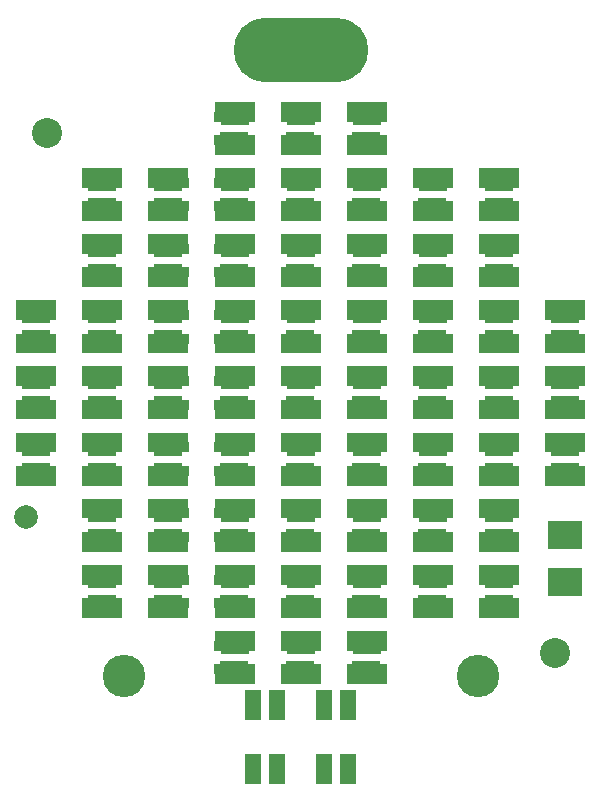
<source format=gbr>
G04 #@! TF.GenerationSoftware,KiCad,Pcbnew,5.1.5+dfsg1-2build2*
G04 #@! TF.CreationDate,2021-12-15T11:20:51+01:00*
G04 #@! TF.ProjectId,BitBadge,42697442-6164-4676-952e-6b696361645f,rev?*
G04 #@! TF.SameCoordinates,Original*
G04 #@! TF.FileFunction,Soldermask,Top*
G04 #@! TF.FilePolarity,Negative*
%FSLAX46Y46*%
G04 Gerber Fmt 4.6, Leading zero omitted, Abs format (unit mm)*
G04 Created by KiCad (PCBNEW 5.1.5+dfsg1-2build2) date 2021-12-15 11:20:51*
%MOMM*%
%LPD*%
G04 APERTURE LIST*
%ADD10O,11.400000X5.400000*%
%ADD11C,1.300000*%
%ADD12R,1.400000X2.600000*%
%ADD13R,2.900000X2.400000*%
%ADD14C,3.600000*%
%ADD15C,2.000000*%
%ADD16R,1.000000X0.900000*%
%ADD17R,3.400000X1.200000*%
%ADD18R,2.400000X1.000000*%
%ADD19C,2.540000*%
G04 APERTURE END LIST*
D10*
X100000000Y-71000000D03*
D11*
X104500000Y-71000000D03*
X104000000Y-72250000D03*
X96000000Y-72250000D03*
X95500000Y-71000000D03*
X96000000Y-69750000D03*
X104000000Y-69750000D03*
D12*
X102000000Y-126400000D03*
X104000000Y-126400000D03*
X96000000Y-126400000D03*
X98000000Y-126400000D03*
X102000000Y-131800000D03*
X104000000Y-131800000D03*
X98000000Y-131800000D03*
X96000000Y-131800000D03*
D13*
X122400000Y-116000000D03*
X122400000Y-112000000D03*
D14*
X115000000Y-124000000D03*
X85000000Y-124000000D03*
D15*
X76750000Y-110475000D03*
D16*
X104400000Y-123400000D03*
X106800000Y-123400000D03*
D17*
X105600000Y-124050000D03*
D18*
X105550000Y-123200000D03*
X105600000Y-121600000D03*
D17*
X105600000Y-120750000D03*
D16*
X106800000Y-121400000D03*
X104400000Y-121400000D03*
X98800000Y-123400000D03*
X101200000Y-123400000D03*
D17*
X100000000Y-124050000D03*
D18*
X99950000Y-123200000D03*
X100000000Y-121600000D03*
D17*
X100000000Y-120750000D03*
D16*
X101200000Y-121400000D03*
X98800000Y-121400000D03*
X93200000Y-123400000D03*
X95600000Y-123400000D03*
D17*
X94400000Y-124050000D03*
D18*
X94350000Y-123200000D03*
X94400000Y-121600000D03*
D17*
X94400000Y-120750000D03*
D16*
X95600000Y-121400000D03*
X93200000Y-121400000D03*
X115600000Y-117800000D03*
X118000000Y-117800000D03*
D17*
X116800000Y-118450000D03*
D18*
X116750000Y-117600000D03*
X116800000Y-116000000D03*
D17*
X116800000Y-115150000D03*
D16*
X118000000Y-115800000D03*
X115600000Y-115800000D03*
X110000000Y-117800000D03*
X112400000Y-117800000D03*
D17*
X111200000Y-118450000D03*
D18*
X111150000Y-117600000D03*
X111200000Y-116000000D03*
D17*
X111200000Y-115150000D03*
D16*
X112400000Y-115800000D03*
X110000000Y-115800000D03*
X104400000Y-117800000D03*
X106800000Y-117800000D03*
D17*
X105600000Y-118450000D03*
D18*
X105550000Y-117600000D03*
X105600000Y-116000000D03*
D17*
X105600000Y-115150000D03*
D16*
X106800000Y-115800000D03*
X104400000Y-115800000D03*
X98800000Y-117800000D03*
X101200000Y-117800000D03*
D17*
X100000000Y-118450000D03*
D18*
X99950000Y-117600000D03*
X100000000Y-116000000D03*
D17*
X100000000Y-115150000D03*
D16*
X101200000Y-115800000D03*
X98800000Y-115800000D03*
X93200000Y-117800000D03*
X95600000Y-117800000D03*
D17*
X94400000Y-118450000D03*
D18*
X94350000Y-117600000D03*
X94400000Y-116000000D03*
D17*
X94400000Y-115150000D03*
D16*
X95600000Y-115800000D03*
X93200000Y-115800000D03*
X87600000Y-117800000D03*
X90000000Y-117800000D03*
D17*
X88800000Y-118450000D03*
D18*
X88750000Y-117600000D03*
X88800000Y-116000000D03*
D17*
X88800000Y-115150000D03*
D16*
X90000000Y-115800000D03*
X87600000Y-115800000D03*
X82000000Y-117800000D03*
X84400000Y-117800000D03*
D17*
X83200000Y-118450000D03*
D18*
X83150000Y-117600000D03*
X83200000Y-116000000D03*
D17*
X83200000Y-115150000D03*
D16*
X84400000Y-115800000D03*
X82000000Y-115800000D03*
X115600000Y-112200000D03*
X118000000Y-112200000D03*
D17*
X116800000Y-112850000D03*
D18*
X116750000Y-112000000D03*
X116800000Y-110400000D03*
D17*
X116800000Y-109550000D03*
D16*
X118000000Y-110200000D03*
X115600000Y-110200000D03*
X110000000Y-112200000D03*
X112400000Y-112200000D03*
D17*
X111200000Y-112850000D03*
D18*
X111150000Y-112000000D03*
X111200000Y-110400000D03*
D17*
X111200000Y-109550000D03*
D16*
X112400000Y-110200000D03*
X110000000Y-110200000D03*
X104400000Y-112200000D03*
X106800000Y-112200000D03*
D17*
X105600000Y-112850000D03*
D18*
X105550000Y-112000000D03*
X105600000Y-110400000D03*
D17*
X105600000Y-109550000D03*
D16*
X106800000Y-110200000D03*
X104400000Y-110200000D03*
X98800000Y-112200000D03*
X101200000Y-112200000D03*
D17*
X100000000Y-112850000D03*
D18*
X99950000Y-112000000D03*
X100000000Y-110400000D03*
D17*
X100000000Y-109550000D03*
D16*
X101200000Y-110200000D03*
X98800000Y-110200000D03*
X93200000Y-112200000D03*
X95600000Y-112200000D03*
D17*
X94400000Y-112850000D03*
D18*
X94350000Y-112000000D03*
X94400000Y-110400000D03*
D17*
X94400000Y-109550000D03*
D16*
X95600000Y-110200000D03*
X93200000Y-110200000D03*
X87600000Y-112200000D03*
X90000000Y-112200000D03*
D17*
X88800000Y-112850000D03*
D18*
X88750000Y-112000000D03*
X88800000Y-110400000D03*
D17*
X88800000Y-109550000D03*
D16*
X90000000Y-110200000D03*
X87600000Y-110200000D03*
X82000000Y-112200000D03*
X84400000Y-112200000D03*
D17*
X83200000Y-112850000D03*
D18*
X83150000Y-112000000D03*
X83200000Y-110400000D03*
D17*
X83200000Y-109550000D03*
D16*
X84400000Y-110200000D03*
X82000000Y-110200000D03*
X121200000Y-106600000D03*
X123600000Y-106600000D03*
D17*
X122400000Y-107250000D03*
D18*
X122350000Y-106400000D03*
X122400000Y-104800000D03*
D17*
X122400000Y-103950000D03*
D16*
X123600000Y-104600000D03*
X121200000Y-104600000D03*
X115600000Y-106600000D03*
X118000000Y-106600000D03*
D17*
X116800000Y-107250000D03*
D18*
X116750000Y-106400000D03*
X116800000Y-104800000D03*
D17*
X116800000Y-103950000D03*
D16*
X118000000Y-104600000D03*
X115600000Y-104600000D03*
X110000000Y-106600000D03*
X112400000Y-106600000D03*
D17*
X111200000Y-107250000D03*
D18*
X111150000Y-106400000D03*
X111200000Y-104800000D03*
D17*
X111200000Y-103950000D03*
D16*
X112400000Y-104600000D03*
X110000000Y-104600000D03*
X104400000Y-106600000D03*
X106800000Y-106600000D03*
D17*
X105600000Y-107250000D03*
D18*
X105550000Y-106400000D03*
X105600000Y-104800000D03*
D17*
X105600000Y-103950000D03*
D16*
X106800000Y-104600000D03*
X104400000Y-104600000D03*
X98800000Y-106600000D03*
X101200000Y-106600000D03*
D17*
X100000000Y-107250000D03*
D18*
X99950000Y-106400000D03*
X100000000Y-104800000D03*
D17*
X100000000Y-103950000D03*
D16*
X101200000Y-104600000D03*
X98800000Y-104600000D03*
X93200000Y-106600000D03*
X95600000Y-106600000D03*
D17*
X94400000Y-107250000D03*
D18*
X94350000Y-106400000D03*
X94400000Y-104800000D03*
D17*
X94400000Y-103950000D03*
D16*
X95600000Y-104600000D03*
X93200000Y-104600000D03*
X87600000Y-106600000D03*
X90000000Y-106600000D03*
D17*
X88800000Y-107250000D03*
D18*
X88750000Y-106400000D03*
X88800000Y-104800000D03*
D17*
X88800000Y-103950000D03*
D16*
X90000000Y-104600000D03*
X87600000Y-104600000D03*
X82000000Y-106600000D03*
X84400000Y-106600000D03*
D17*
X83200000Y-107250000D03*
D18*
X83150000Y-106400000D03*
X83200000Y-104800000D03*
D17*
X83200000Y-103950000D03*
D16*
X84400000Y-104600000D03*
X82000000Y-104600000D03*
X76400000Y-106600000D03*
X78800000Y-106600000D03*
D17*
X77600000Y-107250000D03*
D18*
X77550000Y-106400000D03*
X77600000Y-104800000D03*
D17*
X77600000Y-103950000D03*
D16*
X78800000Y-104600000D03*
X76400000Y-104600000D03*
X121200000Y-101000000D03*
X123600000Y-101000000D03*
D17*
X122400000Y-101650000D03*
D18*
X122350000Y-100800000D03*
X122400000Y-99200000D03*
D17*
X122400000Y-98350000D03*
D16*
X123600000Y-99000000D03*
X121200000Y-99000000D03*
X115600000Y-101000000D03*
X118000000Y-101000000D03*
D17*
X116800000Y-101650000D03*
D18*
X116750000Y-100800000D03*
X116800000Y-99200000D03*
D17*
X116800000Y-98350000D03*
D16*
X118000000Y-99000000D03*
X115600000Y-99000000D03*
X110000000Y-101000000D03*
X112400000Y-101000000D03*
D17*
X111200000Y-101650000D03*
D18*
X111150000Y-100800000D03*
X111200000Y-99200000D03*
D17*
X111200000Y-98350000D03*
D16*
X112400000Y-99000000D03*
X110000000Y-99000000D03*
X104400000Y-101000000D03*
X106800000Y-101000000D03*
D17*
X105600000Y-101650000D03*
D18*
X105550000Y-100800000D03*
X105600000Y-99200000D03*
D17*
X105600000Y-98350000D03*
D16*
X106800000Y-99000000D03*
X104400000Y-99000000D03*
X98800000Y-101000000D03*
X101200000Y-101000000D03*
D17*
X100000000Y-101650000D03*
D18*
X99950000Y-100800000D03*
X100000000Y-99200000D03*
D17*
X100000000Y-98350000D03*
D16*
X101200000Y-99000000D03*
X98800000Y-99000000D03*
X93200000Y-101000000D03*
X95600000Y-101000000D03*
D17*
X94400000Y-101650000D03*
D18*
X94350000Y-100800000D03*
X94400000Y-99200000D03*
D17*
X94400000Y-98350000D03*
D16*
X95600000Y-99000000D03*
X93200000Y-99000000D03*
X87600000Y-101000000D03*
X90000000Y-101000000D03*
D17*
X88800000Y-101650000D03*
D18*
X88750000Y-100800000D03*
X88800000Y-99200000D03*
D17*
X88800000Y-98350000D03*
D16*
X90000000Y-99000000D03*
X87600000Y-99000000D03*
X82000000Y-101000000D03*
X84400000Y-101000000D03*
D17*
X83200000Y-101650000D03*
D18*
X83150000Y-100800000D03*
X83200000Y-99200000D03*
D17*
X83200000Y-98350000D03*
D16*
X84400000Y-99000000D03*
X82000000Y-99000000D03*
X76400000Y-101000000D03*
X78800000Y-101000000D03*
D17*
X77600000Y-101650000D03*
D18*
X77550000Y-100800000D03*
X77600000Y-99200000D03*
D17*
X77600000Y-98350000D03*
D16*
X78800000Y-99000000D03*
X76400000Y-99000000D03*
X121200000Y-95400000D03*
X123600000Y-95400000D03*
D17*
X122400000Y-96050000D03*
D18*
X122350000Y-95200000D03*
X122400000Y-93600000D03*
D17*
X122400000Y-92750000D03*
D16*
X123600000Y-93400000D03*
X121200000Y-93400000D03*
X115600000Y-95400000D03*
X118000000Y-95400000D03*
D17*
X116800000Y-96050000D03*
D18*
X116750000Y-95200000D03*
X116800000Y-93600000D03*
D17*
X116800000Y-92750000D03*
D16*
X118000000Y-93400000D03*
X115600000Y-93400000D03*
X110000000Y-95400000D03*
X112400000Y-95400000D03*
D17*
X111200000Y-96050000D03*
D18*
X111150000Y-95200000D03*
X111200000Y-93600000D03*
D17*
X111200000Y-92750000D03*
D16*
X112400000Y-93400000D03*
X110000000Y-93400000D03*
X104400000Y-95400000D03*
X106800000Y-95400000D03*
D17*
X105600000Y-96050000D03*
D18*
X105550000Y-95200000D03*
X105600000Y-93600000D03*
D17*
X105600000Y-92750000D03*
D16*
X106800000Y-93400000D03*
X104400000Y-93400000D03*
X98800000Y-95400000D03*
X101200000Y-95400000D03*
D17*
X100000000Y-96050000D03*
D18*
X99950000Y-95200000D03*
X100000000Y-93600000D03*
D17*
X100000000Y-92750000D03*
D16*
X101200000Y-93400000D03*
X98800000Y-93400000D03*
X93200000Y-95400000D03*
X95600000Y-95400000D03*
D17*
X94400000Y-96050000D03*
D18*
X94350000Y-95200000D03*
X94400000Y-93600000D03*
D17*
X94400000Y-92750000D03*
D16*
X95600000Y-93400000D03*
X93200000Y-93400000D03*
X87600000Y-95400000D03*
X90000000Y-95400000D03*
D17*
X88800000Y-96050000D03*
D18*
X88750000Y-95200000D03*
X88800000Y-93600000D03*
D17*
X88800000Y-92750000D03*
D16*
X90000000Y-93400000D03*
X87600000Y-93400000D03*
X82000000Y-95400000D03*
X84400000Y-95400000D03*
D17*
X83200000Y-96050000D03*
D18*
X83150000Y-95200000D03*
X83200000Y-93600000D03*
D17*
X83200000Y-92750000D03*
D16*
X84400000Y-93400000D03*
X82000000Y-93400000D03*
X76400000Y-95400000D03*
X78800000Y-95400000D03*
D17*
X77600000Y-96050000D03*
D18*
X77550000Y-95200000D03*
X77600000Y-93600000D03*
D17*
X77600000Y-92750000D03*
D16*
X78800000Y-93400000D03*
X76400000Y-93400000D03*
X115600000Y-89800000D03*
X118000000Y-89800000D03*
D17*
X116800000Y-90450000D03*
D18*
X116750000Y-89600000D03*
X116800000Y-88000000D03*
D17*
X116800000Y-87150000D03*
D16*
X118000000Y-87800000D03*
X115600000Y-87800000D03*
X110000000Y-89800000D03*
X112400000Y-89800000D03*
D17*
X111200000Y-90450000D03*
D18*
X111150000Y-89600000D03*
X111200000Y-88000000D03*
D17*
X111200000Y-87150000D03*
D16*
X112400000Y-87800000D03*
X110000000Y-87800000D03*
X104400000Y-89800000D03*
X106800000Y-89800000D03*
D17*
X105600000Y-90450000D03*
D18*
X105550000Y-89600000D03*
X105600000Y-88000000D03*
D17*
X105600000Y-87150000D03*
D16*
X106800000Y-87800000D03*
X104400000Y-87800000D03*
X98800000Y-89800000D03*
X101200000Y-89800000D03*
D17*
X100000000Y-90450000D03*
D18*
X99950000Y-89600000D03*
X100000000Y-88000000D03*
D17*
X100000000Y-87150000D03*
D16*
X101200000Y-87800000D03*
X98800000Y-87800000D03*
X93200000Y-89800000D03*
X95600000Y-89800000D03*
D17*
X94400000Y-90450000D03*
D18*
X94350000Y-89600000D03*
X94400000Y-88000000D03*
D17*
X94400000Y-87150000D03*
D16*
X95600000Y-87800000D03*
X93200000Y-87800000D03*
X87600000Y-89800000D03*
X90000000Y-89800000D03*
D17*
X88800000Y-90450000D03*
D18*
X88750000Y-89600000D03*
X88800000Y-88000000D03*
D17*
X88800000Y-87150000D03*
D16*
X90000000Y-87800000D03*
X87600000Y-87800000D03*
X82000000Y-89800000D03*
X84400000Y-89800000D03*
D17*
X83200000Y-90450000D03*
D18*
X83150000Y-89600000D03*
X83200000Y-88000000D03*
D17*
X83200000Y-87150000D03*
D16*
X84400000Y-87800000D03*
X82000000Y-87800000D03*
X115600000Y-84200000D03*
X118000000Y-84200000D03*
D17*
X116800000Y-84850000D03*
D18*
X116750000Y-84000000D03*
X116800000Y-82400000D03*
D17*
X116800000Y-81550000D03*
D16*
X118000000Y-82200000D03*
X115600000Y-82200000D03*
X110000000Y-84200000D03*
X112400000Y-84200000D03*
D17*
X111200000Y-84850000D03*
D18*
X111150000Y-84000000D03*
X111200000Y-82400000D03*
D17*
X111200000Y-81550000D03*
D16*
X112400000Y-82200000D03*
X110000000Y-82200000D03*
X104400000Y-84200000D03*
X106800000Y-84200000D03*
D17*
X105600000Y-84850000D03*
D18*
X105550000Y-84000000D03*
X105600000Y-82400000D03*
D17*
X105600000Y-81550000D03*
D16*
X106800000Y-82200000D03*
X104400000Y-82200000D03*
X98800000Y-84200000D03*
X101200000Y-84200000D03*
D17*
X100000000Y-84850000D03*
D18*
X99950000Y-84000000D03*
X100000000Y-82400000D03*
D17*
X100000000Y-81550000D03*
D16*
X101200000Y-82200000D03*
X98800000Y-82200000D03*
X93200000Y-84200000D03*
X95600000Y-84200000D03*
D17*
X94400000Y-84850000D03*
D18*
X94350000Y-84000000D03*
X94400000Y-82400000D03*
D17*
X94400000Y-81550000D03*
D16*
X95600000Y-82200000D03*
X93200000Y-82200000D03*
X87600000Y-84200000D03*
X90000000Y-84200000D03*
D17*
X88800000Y-84850000D03*
D18*
X88750000Y-84000000D03*
X88800000Y-82400000D03*
D17*
X88800000Y-81550000D03*
D16*
X90000000Y-82200000D03*
X87600000Y-82200000D03*
X82000000Y-84200000D03*
X84400000Y-84200000D03*
D17*
X83200000Y-84850000D03*
D18*
X83150000Y-84000000D03*
X83200000Y-82400000D03*
D17*
X83200000Y-81550000D03*
D16*
X84400000Y-82200000D03*
X82000000Y-82200000D03*
X104400000Y-78600000D03*
X106800000Y-78600000D03*
D17*
X105600000Y-79250000D03*
D18*
X105550000Y-78400000D03*
X105600000Y-76800000D03*
D17*
X105600000Y-75950000D03*
D16*
X106800000Y-76600000D03*
X104400000Y-76600000D03*
X98800000Y-78600000D03*
X101200000Y-78600000D03*
D17*
X100000000Y-79250000D03*
D18*
X99950000Y-78400000D03*
X100000000Y-76800000D03*
D17*
X100000000Y-75950000D03*
D16*
X101200000Y-76600000D03*
X98800000Y-76600000D03*
X93200000Y-78600000D03*
X95600000Y-78600000D03*
D17*
X94400000Y-79250000D03*
D18*
X94350000Y-78400000D03*
X94400000Y-76800000D03*
D17*
X94400000Y-75950000D03*
D16*
X95600000Y-76600000D03*
X93200000Y-76600000D03*
D19*
X78500000Y-78000000D03*
X121500000Y-122000000D03*
M02*

</source>
